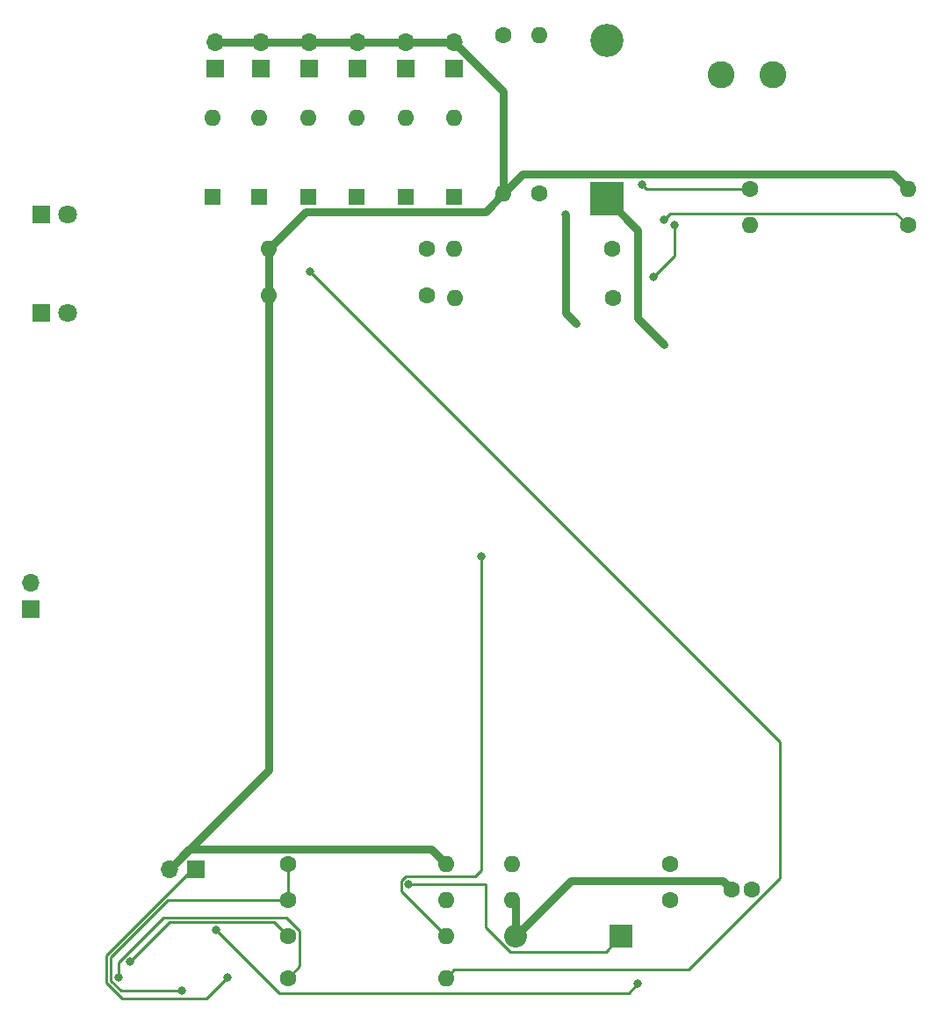
<source format=gbr>
%TF.GenerationSoftware,KiCad,Pcbnew,8.0.4-8.0.4-0~ubuntu22.04.1*%
%TF.CreationDate,2024-08-19T14:06:39+05:30*%
%TF.ProjectId,eps,6570732e-6b69-4636-9164-5f7063625858,rev?*%
%TF.SameCoordinates,Original*%
%TF.FileFunction,Copper,L2,Bot*%
%TF.FilePolarity,Positive*%
%FSLAX46Y46*%
G04 Gerber Fmt 4.6, Leading zero omitted, Abs format (unit mm)*
G04 Created by KiCad (PCBNEW 8.0.4-8.0.4-0~ubuntu22.04.1) date 2024-08-19 14:06:39*
%MOMM*%
%LPD*%
G01*
G04 APERTURE LIST*
%TA.AperFunction,ComponentPad*%
%ADD10R,1.800000X1.800000*%
%TD*%
%TA.AperFunction,ComponentPad*%
%ADD11C,1.800000*%
%TD*%
%TA.AperFunction,ComponentPad*%
%ADD12C,1.600000*%
%TD*%
%TA.AperFunction,ComponentPad*%
%ADD13O,1.600000X1.600000*%
%TD*%
%TA.AperFunction,ComponentPad*%
%ADD14R,1.700000X1.700000*%
%TD*%
%TA.AperFunction,ComponentPad*%
%ADD15O,1.700000X1.700000*%
%TD*%
%TA.AperFunction,ComponentPad*%
%ADD16R,3.200000X3.200000*%
%TD*%
%TA.AperFunction,ComponentPad*%
%ADD17O,3.200000X3.200000*%
%TD*%
%TA.AperFunction,ComponentPad*%
%ADD18R,1.600000X1.600000*%
%TD*%
%TA.AperFunction,ComponentPad*%
%ADD19R,2.200000X2.200000*%
%TD*%
%TA.AperFunction,ComponentPad*%
%ADD20O,2.200000X2.200000*%
%TD*%
%TA.AperFunction,ComponentPad*%
%ADD21C,2.600000*%
%TD*%
%TA.AperFunction,ViaPad*%
%ADD22C,0.800000*%
%TD*%
%TA.AperFunction,Conductor*%
%ADD23C,0.781437*%
%TD*%
%TA.AperFunction,Conductor*%
%ADD24C,0.250000*%
%TD*%
G04 APERTURE END LIST*
D10*
%TO.P,D10,1,K*%
%TO.N,Net-(D10-K)*%
X54460000Y-93500000D03*
D11*
%TO.P,D10,2,A*%
%TO.N,/BatteryCharger/in*%
X57000000Y-93500000D03*
%TD*%
D12*
%TO.P,R2,1*%
%TO.N,/BatteryCharger/fault*%
X78260000Y-153500000D03*
D13*
%TO.P,R2,2*%
%TO.N,Net-(D9-K)*%
X93500000Y-153500000D03*
%TD*%
D12*
%TO.P,R12,1*%
%TO.N,Net-(U1-V_{FB})*%
X78260000Y-146550000D03*
D13*
%TO.P,R12,2*%
%TO.N,GND*%
X93500000Y-146550000D03*
%TD*%
D14*
%TO.P,SC6,1,+*%
%TO.N,Net-(D6-A)*%
X71200000Y-69920000D03*
D15*
%TO.P,SC6,2,-*%
%TO.N,GND*%
X71200000Y-67380000D03*
%TD*%
D16*
%TO.P,D7,1,K*%
%TO.N,Net-(D7-K)*%
X109000000Y-82500000D03*
D17*
%TO.P,D7,2,A*%
%TO.N,Net-(D7-A)*%
X109000000Y-67260000D03*
%TD*%
D12*
%TO.P,R10,1*%
%TO.N,Net-(U1-~{SHDN})*%
X91620000Y-87300000D03*
D13*
%TO.P,R10,2*%
%TO.N,GND*%
X76380000Y-87300000D03*
%TD*%
D18*
%TO.P,D6,1,K*%
%TO.N,/BatteryCharger/in*%
X71000000Y-82320000D03*
D13*
%TO.P,D6,2,A*%
%TO.N,Net-(D6-A)*%
X71000000Y-74700000D03*
%TD*%
D12*
%TO.P,R11,1*%
%TO.N,Net-(U1-SENSE)*%
X115120000Y-150050000D03*
D13*
%TO.P,R11,2*%
%TO.N,+5V*%
X99880000Y-150050000D03*
%TD*%
D12*
%TO.P,R4,1*%
%TO.N,Net-(U3-VC)*%
X138000000Y-85000000D03*
D13*
%TO.P,R4,2*%
%TO.N,Net-(C3-Pad1)*%
X122760000Y-85000000D03*
%TD*%
D12*
%TO.P,R7,1*%
%TO.N,/BatteryCharger/in*%
X109620000Y-92000000D03*
D13*
%TO.P,R7,2*%
%TO.N,Net-(U1-V_{IN_REG})*%
X94380000Y-92000000D03*
%TD*%
D14*
%TO.P,SC5,1,+*%
%TO.N,Net-(D5-A)*%
X75650000Y-69920000D03*
D15*
%TO.P,SC5,2,-*%
%TO.N,GND*%
X75650000Y-67380000D03*
%TD*%
D18*
%TO.P,D1,1,K*%
%TO.N,/BatteryCharger/in*%
X94300000Y-82320000D03*
D13*
%TO.P,D1,2,A*%
%TO.N,Net-(D1-A)*%
X94300000Y-74700000D03*
%TD*%
D12*
%TO.P,R9,1*%
%TO.N,/BatteryCharger/in*%
X109500000Y-87300000D03*
D13*
%TO.P,R9,2*%
%TO.N,Net-(U1-~{SHDN})*%
X94260000Y-87300000D03*
%TD*%
D14*
%TO.P,J3,1,Pin_1*%
%TO.N,Net-(J3-Pin_1)*%
X69380000Y-147050000D03*
D15*
%TO.P,J3,2,Pin_2*%
%TO.N,GND*%
X66840000Y-147050000D03*
%TD*%
D14*
%TO.P,SC1,1,+*%
%TO.N,Net-(D1-A)*%
X94250000Y-69920000D03*
D15*
%TO.P,SC1,2,-*%
%TO.N,GND*%
X94250000Y-67380000D03*
%TD*%
D18*
%TO.P,D5,1,K*%
%TO.N,/BatteryCharger/in*%
X75500000Y-82320000D03*
D13*
%TO.P,D5,2,A*%
%TO.N,Net-(D5-A)*%
X75500000Y-74700000D03*
%TD*%
D18*
%TO.P,D3,1,K*%
%TO.N,/BatteryCharger/in*%
X84900000Y-82320000D03*
D13*
%TO.P,D3,2,A*%
%TO.N,Net-(D3-A)*%
X84900000Y-74700000D03*
%TD*%
D12*
%TO.P,R3,1*%
%TO.N,/BatteryCharger/chrg*%
X78260000Y-157550000D03*
D13*
%TO.P,R3,2*%
%TO.N,Net-(D10-K)*%
X93500000Y-157550000D03*
%TD*%
D12*
%TO.P,R5,1*%
%TO.N,Net-(D7-K)*%
X102500000Y-82000000D03*
D13*
%TO.P,R5,2*%
%TO.N,Net-(U3-FBN)*%
X102500000Y-66760000D03*
%TD*%
D14*
%TO.P,J2,1,Pin_1*%
%TO.N,GND*%
X53500000Y-122000000D03*
D15*
%TO.P,J2,2,Pin_2*%
%TO.N,+5V*%
X53500000Y-119460000D03*
%TD*%
D19*
%TO.P,D8,1,K*%
%TO.N,Net-(D8-K)*%
X110380000Y-153550000D03*
D20*
%TO.P,D8,2,A*%
%TO.N,+5V*%
X100220000Y-153550000D03*
%TD*%
D12*
%TO.P,C9,1*%
%TO.N,+5V*%
X121000000Y-149000000D03*
%TO.P,C9,2*%
%TO.N,Net-(C9-Pad2)*%
X123000000Y-149000000D03*
%TD*%
D10*
%TO.P,D9,1,K*%
%TO.N,Net-(D9-K)*%
X54460000Y-84000000D03*
D11*
%TO.P,D9,2,A*%
%TO.N,/BatteryCharger/in*%
X57000000Y-84000000D03*
%TD*%
D21*
%TO.P,L1,1,1*%
%TO.N,Net-(U3-L)*%
X120000000Y-70500000D03*
%TO.P,L1,2,2*%
%TO.N,Net-(D7-A)*%
X125000000Y-70500000D03*
%TD*%
D12*
%TO.P,R6,1*%
%TO.N,Net-(U3-FBN)*%
X99000000Y-66760000D03*
D13*
%TO.P,R6,2*%
%TO.N,GND*%
X99000000Y-82000000D03*
%TD*%
D12*
%TO.P,R1,1*%
%TO.N,Net-(U3-RT)*%
X122760000Y-81500000D03*
D13*
%TO.P,R1,2*%
%TO.N,GND*%
X138000000Y-81500000D03*
%TD*%
D18*
%TO.P,D2,1,K*%
%TO.N,/BatteryCharger/in*%
X89600000Y-82320000D03*
D13*
%TO.P,D2,2,A*%
%TO.N,Net-(D2-A)*%
X89600000Y-74700000D03*
%TD*%
D12*
%TO.P,R14,1*%
%TO.N,Net-(C9-Pad2)*%
X115120000Y-146550000D03*
D13*
%TO.P,R14,2*%
%TO.N,GND*%
X99880000Y-146550000D03*
%TD*%
D12*
%TO.P,R13,1*%
%TO.N,Net-(U1-V_{FB})*%
X78260000Y-150050000D03*
D13*
%TO.P,R13,2*%
%TO.N,+5V*%
X93500000Y-150050000D03*
%TD*%
D14*
%TO.P,SC4,1,+*%
%TO.N,Net-(D4-A)*%
X80300000Y-69920000D03*
D15*
%TO.P,SC4,2,-*%
%TO.N,GND*%
X80300000Y-67380000D03*
%TD*%
D14*
%TO.P,SC2,1,+*%
%TO.N,Net-(D2-A)*%
X89600000Y-69920000D03*
D15*
%TO.P,SC2,2,-*%
%TO.N,GND*%
X89600000Y-67380000D03*
%TD*%
D12*
%TO.P,R8,1*%
%TO.N,Net-(U1-V_{IN_REG})*%
X91620000Y-91800000D03*
D13*
%TO.P,R8,2*%
%TO.N,GND*%
X76380000Y-91800000D03*
%TD*%
D14*
%TO.P,SC3,1,+*%
%TO.N,Net-(D3-A)*%
X84950000Y-69920000D03*
D15*
%TO.P,SC3,2,-*%
%TO.N,GND*%
X84950000Y-67380000D03*
%TD*%
D18*
%TO.P,D4,1,K*%
%TO.N,/BatteryCharger/in*%
X80200000Y-82320000D03*
D13*
%TO.P,D4,2,A*%
%TO.N,Net-(D4-A)*%
X80200000Y-74700000D03*
%TD*%
D22*
%TO.N,Net-(D8-K)*%
X89900000Y-148500000D03*
%TO.N,Net-(D9-K)*%
X96900000Y-116900000D03*
%TO.N,Net-(D10-K)*%
X80400000Y-89500000D03*
%TO.N,/BatteryCharger/fault*%
X63000000Y-156000000D03*
%TO.N,/BatteryCharger/chrg*%
X61900000Y-157500000D03*
%TO.N,Net-(U1-V_{FB})*%
X68000000Y-158775000D03*
%TO.N,Net-(U3-FBN)*%
X115500000Y-85000000D03*
X113500000Y-90000000D03*
X106000000Y-94500000D03*
X105000000Y-84000000D03*
%TO.N,Net-(D7-K)*%
X114500000Y-96500000D03*
%TO.N,Net-(U1-SW)*%
X71300000Y-152900000D03*
X112000000Y-158100000D03*
%TO.N,Net-(J3-Pin_1)*%
X72400000Y-157500000D03*
%TO.N,Net-(U3-RT)*%
X112374697Y-81099999D03*
%TO.N,Net-(U3-VC)*%
X114500000Y-84500000D03*
%TD*%
D23*
%TO.N,GND*%
X97289281Y-83710719D02*
X79969281Y-83710719D01*
X68730719Y-145159281D02*
X66840000Y-147050000D01*
X80300000Y-67380000D02*
X84950000Y-67380000D01*
X92109281Y-145159281D02*
X68730719Y-145159281D01*
X76380000Y-137510000D02*
X66840000Y-147050000D01*
X79969281Y-83710719D02*
X76380000Y-87300000D01*
X136609281Y-80109281D02*
X138000000Y-81500000D01*
X84950000Y-67380000D02*
X89600000Y-67380000D01*
X100890719Y-80109281D02*
X136609281Y-80109281D01*
X99000000Y-72130000D02*
X99000000Y-82000000D01*
X99000000Y-82000000D02*
X97289281Y-83710719D01*
X76380000Y-91800000D02*
X76380000Y-137510000D01*
X94250000Y-67380000D02*
X99000000Y-72130000D01*
X76380000Y-87300000D02*
X76380000Y-91800000D01*
X71200000Y-67380000D02*
X75650000Y-67380000D01*
X93500000Y-146550000D02*
X92109281Y-145159281D01*
X99000000Y-82000000D02*
X100890719Y-80109281D01*
X89600000Y-67380000D02*
X94250000Y-67380000D01*
X75650000Y-67380000D02*
X80300000Y-67380000D01*
D24*
%TO.N,Net-(D8-K)*%
X97300000Y-148500000D02*
X97300000Y-152645255D01*
X89900000Y-148500000D02*
X97300000Y-148500000D01*
X97300000Y-152645255D02*
X99654745Y-155000000D01*
X99654745Y-155000000D02*
X108930000Y-155000000D01*
X108930000Y-155000000D02*
X110380000Y-153550000D01*
%TO.N,Net-(D9-K)*%
X89175000Y-149175000D02*
X93500000Y-153500000D01*
X96325000Y-147775000D02*
X89599695Y-147775000D01*
X89175000Y-148199695D02*
X89175000Y-149175000D01*
X96900000Y-116900000D02*
X96900000Y-147200000D01*
X89599695Y-147775000D02*
X89175000Y-148199695D01*
X96900000Y-147200000D02*
X96325000Y-147775000D01*
%TO.N,Net-(D10-K)*%
X125700000Y-147890991D02*
X125700000Y-134800000D01*
X94299999Y-156750001D02*
X116840990Y-156750001D01*
X93500000Y-157550000D02*
X94299999Y-156750001D01*
X116840990Y-156750001D02*
X125700000Y-147890991D01*
X125700000Y-134800000D02*
X80400000Y-89500000D01*
%TO.N,/BatteryCharger/fault*%
X66825000Y-152175000D02*
X76935000Y-152175000D01*
X63000000Y-156000000D02*
X66825000Y-152175000D01*
X76935000Y-152175000D02*
X78260000Y-153500000D01*
%TO.N,/BatteryCharger/chrg*%
X66249695Y-151725000D02*
X78075991Y-151725000D01*
X79385000Y-156425000D02*
X78260000Y-157550000D01*
X78075991Y-151725000D02*
X79385000Y-153034009D01*
X79385000Y-153034009D02*
X79385000Y-156425000D01*
X61900000Y-156074695D02*
X66249695Y-151725000D01*
X61900000Y-157500000D02*
X61900000Y-156074695D01*
%TO.N,Net-(U1-V_{FB})*%
X66644150Y-150050000D02*
X61175000Y-155519150D01*
X78260000Y-150050000D02*
X66644150Y-150050000D01*
X78260000Y-150050000D02*
X78260000Y-146550000D01*
X61175000Y-157800305D02*
X62149695Y-158775000D01*
X61175000Y-155519150D02*
X61175000Y-157800305D01*
X62149695Y-158775000D02*
X68000000Y-158775000D01*
D23*
%TO.N,+5V*%
X120200001Y-148200001D02*
X105569999Y-148200001D01*
X100220000Y-150390000D02*
X99880000Y-150050000D01*
X100220000Y-153550000D02*
X100220000Y-150390000D01*
X121000000Y-149000000D02*
X120200001Y-148200001D01*
X105569999Y-148200001D02*
X100220000Y-153550000D01*
%TO.N,Net-(U3-FBN)*%
X105000000Y-93500000D02*
X106000000Y-94500000D01*
X105000000Y-84000000D02*
X105000000Y-93500000D01*
D24*
X115500000Y-85000000D02*
X115500000Y-88000000D01*
X115500000Y-88000000D02*
X113500000Y-90000000D01*
D23*
%TO.N,Net-(D7-K)*%
X112000000Y-94000000D02*
X114500000Y-96500000D01*
X112000000Y-85500000D02*
X112000000Y-94000000D01*
X109000000Y-82500000D02*
X112000000Y-85500000D01*
D24*
%TO.N,Net-(U1-SW)*%
X111100000Y-159000000D02*
X112000000Y-158100000D01*
X71300000Y-152900000D02*
X77400000Y-159000000D01*
X77400000Y-159000000D02*
X111100000Y-159000000D01*
%TO.N,Net-(J3-Pin_1)*%
X72400000Y-157500000D02*
X70400000Y-159500000D01*
X70400000Y-159500000D02*
X62238299Y-159500000D01*
X62238299Y-159500000D02*
X60725000Y-157986701D01*
X60725000Y-157986701D02*
X60725000Y-155332754D01*
X69007754Y-147050000D02*
X69380000Y-147050000D01*
X60725000Y-155332754D02*
X69007754Y-147050000D01*
%TO.N,Net-(U3-RT)*%
X112374697Y-81099999D02*
X112774698Y-81500000D01*
X112774698Y-81500000D02*
X122760000Y-81500000D01*
%TO.N,Net-(U3-VC)*%
X115125000Y-83875000D02*
X136875000Y-83875000D01*
X114500000Y-84500000D02*
X115125000Y-83875000D01*
X136875000Y-83875000D02*
X138000000Y-85000000D01*
%TD*%
M02*

</source>
